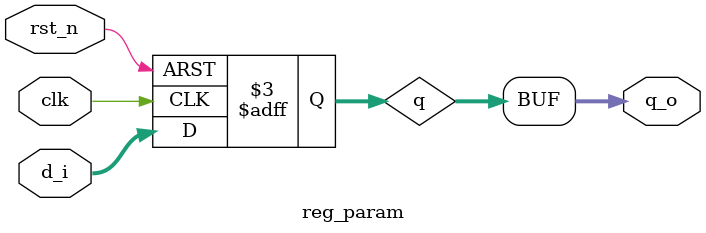
<source format=v>

`timescale 1ns / 1ps


module reg_param
#(
parameter N=32
)
(
input [N-1:0] d_i,
input rst_n,
input clk,
output [N-1:0] q_o
);

reg [N-1:0] q;

always @(posedge clk or negedge rst_n) begin
    if (rst_n == 1'b0) begin
        q <= {N{1'b0}};
    end
    else begin
        q <= d_i;
    end
end

assign q_o = q;

endmodule
</source>
